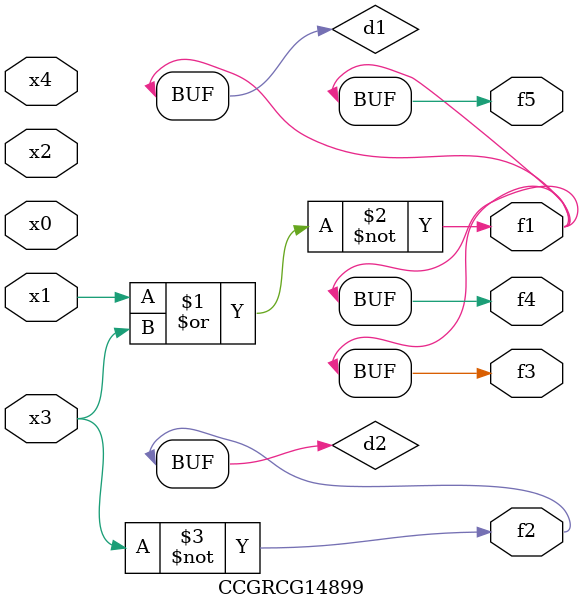
<source format=v>
module CCGRCG14899(
	input x0, x1, x2, x3, x4,
	output f1, f2, f3, f4, f5
);

	wire d1, d2;

	nor (d1, x1, x3);
	not (d2, x3);
	assign f1 = d1;
	assign f2 = d2;
	assign f3 = d1;
	assign f4 = d1;
	assign f5 = d1;
endmodule

</source>
